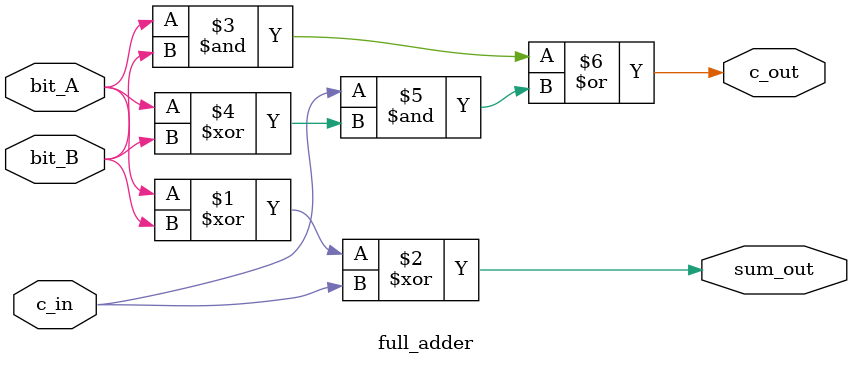
<source format=v>
module full_adder (
    input  wire bit_A,
    input  wire bit_B,
    input  wire c_in,
    output wire sum_out,
    output wire c_out
);
    
    assign sum_out = bit_A ^ bit_B ^ c_in;
    assign c_out   = (bit_A & bit_B) | (c_in & (bit_A ^ bit_B));
endmodule
</source>
